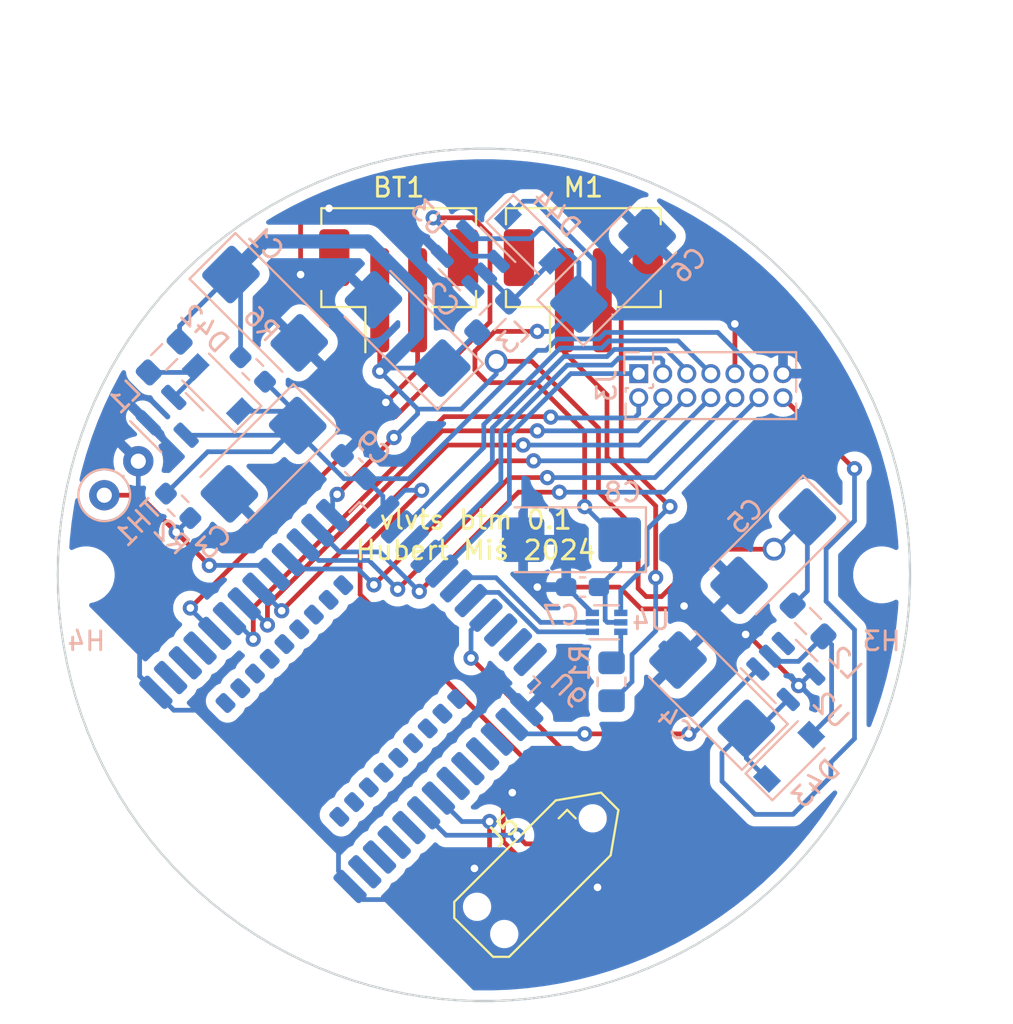
<source format=kicad_pcb>
(kicad_pcb (version 20240108) (generator "pcbnew") (generator_version "8.0")
  (layers (0 "F.Cu" signal) (31 "B.Cu" signal) (34 "B.Paste" user) (35 "F.Paste" user) (36 "B.SilkS" user "B.Silkscreen") (37 "F.SilkS" user "F.Silkscreen") (38 "B.Mask" user) (39 "F.Mask" user) (44 "Edge.Cuts" user))
  (net 0 "")
  (net 1 "VDD")
  (net 2 "VEE")
  (net 3 "VCC")
  (net 4 "GND")
  (net 5 "Net-(D42-A)")
  (net 6 "Net-(D43-A)")
  (net 7 "Net-(D44-A)")
  (net 8 "Net-(M1--)")
  (net 9 "LEDg1")
  (net 10 "LEDg2")
  (net 11 "LEDg3")
  (net 12 "LED_PWR")
  (net 13 "MOT_PWR")
  (net 14 "MOT_DRV1")
  (net 15 "MOT_DRV2")
  (net 16 "BATT_V")
  (net 17 "TEMP")
  (net 18 "LED_SDI")
  (net 19 "Net-(U4-OUT1)")
  (net 22 "LED_CLK")
  (net 23 "LED_LA")
  (net 24 "LED_OE")
  (net 25 "BTN_L")
  (net 26 "BTN_C")
  (net 27 "BTN_R")
  (net 28 "/MCU/nRESET")
  (net 36 "/MCU/SWDCLK")
  (net 37 "/MCU/SWDIO")
  (net 57 "/mot_v1")
  (footprint "Connector_JST:JST_PH_B2B-PH-SM4-TB_1x02-1MP_P2.00mm_Vertical" (layer "F.Cu") (at 74.5 84.999999)
    (property "Reference" "BT1")
    (property "Value" "Battery")
  )
  (footprint "Connector:Tag-Connect_TC2050-IDC-NL_2x05_P1.27mm_Vertical" (layer "F.Cu") (at 82.050987 115.550987 -135)
    (property "Reference" "J5")
    (property "Value" "Conn_ARM_JTAG_SWD_10")
  )
  (footprint "Connector_JST:JST_PH_B2B-PH-SM4-TB_1x02-1MP_P2.00mm_Vertical" (layer "F.Cu") (at 84.249999 85)
    (property "Reference" "M1")
    (property "Value" "Motor_DC_ALT")
  )
  (footprint "Capacitor_Tantalum_SMD:CP_EIA-6032-28_Kemet-C_Pad2.25x2.35mm_HandSolder" (layer "B.Cu") (at 74.972468 87.278942 135)
    (property "Reference" "C2")
    (property "Value" "47u")
  )
  (footprint "Package_TO_SOT_SMD:SOT-23" (layer "B.Cu") (at 62.613426 91.964645 -45)
    (property "Reference" "U1" (hide yes))
    (property "Value" "XC9110A")
  )
  (footprint "Resistor_THT:R_Axial_DIN0207_L6.3mm_D2.5mm_P2.54mm_Vertical" (layer "B.Cu") (at 58.953949 95.796051 45)
    (property "Reference" "TH1")
    (property "Value" "Thermistor_NTC")
  )
  (footprint "Connector_PinHeader_1.27mm:PinHeader_2x07_P1.27mm_Vertical" (layer "B.Cu") (at 87.175 89.375 -90)
    (property "Reference" "J3")
    (property "Value" "Conn_01x14_Female")
  )
  (footprint "Capacitor_Tantalum_SMD:CP_EIA-6032-28_Kemet-C_Pad2.25x2.35mm_HandSolder" (layer "B.Cu") (at 83.621178 98.146446 180)
    (property "Reference" "C8")
    (property "Value" "47u")
  )
  (footprint "Inductor_SMD:L_0805_2012Metric_Pad1.05x1.20mm_HandSolder" (layer "B.Cu") (at 79.462597 86.380919 45)
    (property "Reference" "L3")
    (property "Value" "100u")
  )
  (footprint "Capacitor_Tantalum_SMD:CP_EIA-6032-28_Kemet-C_Pad2.25x2.35mm_HandSolder" (layer "B.Cu") (at 85.821178 83.896446 45)
    (property "Reference" "C6")
    (property "Value" "47u")
  )
  (footprint "Resistor_SMD:R_0603_1608Metric_Pad0.98x0.95mm_HandSolder" (layer "B.Cu") (at 62.854765 96.354765 -45)
    (property "Reference" "R2")
    (property "Value" "R")
  )
  (footprint "MountingHole:MountingHole_2.5mm" (layer "B.Cu") (at 58 99.999999)
    (property "Reference" "H4")
    (property "Value" "MountingHole")
  )
  (footprint "Capacitor_Tantalum_SMD:CP_EIA-6032-28_Kemet-C_Pad2.25x2.35mm_HandSolder" (layer "B.Cu") (at 67.364995 93.922214 -135)
    (property "Reference" "C3")
    (property "Value" "47u")
  )
  (footprint "Resistor_SMD:R_0603_1608Metric_Pad0.98x0.95mm_HandSolder" (layer "B.Cu") (at 66.796666 89.156633 -45)
    (property "Reference" "R6")
    (property "Value" "0")
  )
  (footprint "holyiot:Holyiot-18010" (layer "B.Cu") (at 64.471779 113.660652 -45)
    (property "Reference" "U6")
    (property "Value" "Holyiot-18010")
  )
  (footprint "Package_TO_SOT_SMD:SOT-23-5" (layer "B.Cu") (at 94.942209 105.10104 -45)
    (property "Reference" "U2")
    (property "Value" "XC9111C")
  )
  (footprint "Diode_SMD:D_SOD-123" (layer "B.Cu") (at 64.946878 90.196877 135)
    (property "Reference" "D42")
    (property "Value" "XBS104S14")
  )
  (footprint "Diode_SMD:D_SOD-123" (layer "B.Cu") (at 81.438255 82.249998 -45)
    (property "Reference" "D44")
    (property "Value" "XBS104S14")
  )
  (footprint "Capacitor_SMD:C_0603_1608Metric_Pad1.08x0.95mm_HandSolder" (layer "B.Cu") (at 72.135049 94.312442 135)
    (property "Reference" "C9")
    (property "Value" "100n")
  )
  (footprint "Diode_SMD:D_SOD-123" (layer "B.Cu") (at 95.117121 109.605121 45)
    (property "Reference" "D43")
    (property "Value" "XBS104S14")
  )
  (footprint "Capacitor_SMD:C_0603_1608Metric_Pad1.08x0.95mm_HandSolder" (layer "B.Cu") (at 84.208678 100.646446 180)
    (property "Reference" "C7")
    (property "Value" "100n")
  )
  (footprint "MountingHole:MountingHole_2.5mm" (layer "B.Cu") (at 100 100)
    (property "Reference" "H3")
    (property "Value" "MountingHole")
  )
  (footprint "Inductor_SMD:L_0805_2012Metric_Pad1.05x1.20mm_HandSolder" (layer "B.Cu") (at 62.118451 88.499822 -135)
    (property "Reference" "L1")
    (property "Value" "100u")
  )
  (footprint "Capacitor_Tantalum_SMD:CP_EIA-6032-28_Kemet-C_Pad2.25x2.35mm_HandSolder" (layer "B.Cu") (at 94.278942 98.752636 -135)
    (property "Reference" "C5")
    (property "Value" "47u")
  )
  (footprint "Capacitor_Tantalum_SMD:CP_EIA-6032-28_Kemet-C_Pad2.25x2.35mm_HandSolder" (layer "B.Cu") (at 91.053122 106.30312 135)
    (property "Reference" "C4")
    (property "Value" "47u")
  )
  (footprint "Package_TO_SOT_SMD:SOT-563" (layer "B.Cu") (at 85.478678 102.508445)
    (property "Reference" "U4")
    (property "Value" "DRV8210")
  )
  (footprint "Resistor_SMD:R_0805_2012Metric_Pad1.20x1.40mm_HandSolder" (layer "B.Cu") (at 85.740677 105.646446 -90)
    (property "Reference" "R1")
    (property "Value" "10?")
  )
  (footprint "Package_TO_SOT_SMD:SOT-23-5" (layer "B.Cu") (at 78.28173 83.313487 135)
    (property "Reference" "U3")
    (property "Value" "XC9111C")
  )
  (footprint "Capacitor_Tantalum_SMD:CP_EIA-6032-28_Kemet-C_Pad2.25x2.35mm_HandSolder" (layer "B.Cu") (at 67.446878 85.946878 -45)
    (property "Reference" "C1")
    (property "Value" "47u")
  )
  (footprint "Inductor_SMD:L_0805_2012Metric_Pad1.05x1.20mm_HandSolder" (layer "B.Cu") (at 96.11742 102.438075 -45)
    (property "Reference" "L2")
    (property "Value" "100u")
  )
  (gr_poly (pts (xy 101.504936 100) (xy 101.485195 99.057591) (xy 101.426008 98.116835) (xy 101.327478 97.179384) (xy 101.189778 96.24688) (xy 101.013149 95.320961) (xy 100.797902 94.40325) (xy 100.544414 93.495358) (xy 100.25313 92.598877) (xy 99.92456 91.715381) (xy 99.559282 90.846418) (xy 99.157936 89.993514) (xy 98.721226 89.158164) (xy 98.249918 88.341835) (xy 97.744839 87.545959) (xy 97.206876 86.771931) (xy 96.636971 86.021109) (xy 96.036125 85.294811) (xy 95.405392 84.594311) (xy 94.745879 83.920838) (xy 94.058741 83.275573) (xy 93.345186 82.659649) (xy 92.606464 82.074145) (xy 91.843872 81.52009) (xy 91.058748 80.998454) (xy 90.252468 80.510154) (xy 89.426448 80.056045) (xy 88.582136 79.636925) (xy 87.721013 79.253529) (xy 86.844592 78.906529) (xy 85.954408 78.596534) (xy 85.052023 78.324088) (xy 84.139022 78.089669) (xy 83.217004 77.893688) (xy 82.287589 77.736489) (xy 81.352406 77.618348) (xy 80.413097 77.539472) (xy 79.471308 77.5) (xy 78.528692 77.5) (xy 77.586903 77.539472) (xy 76.647594 77.618348) (xy 75.712411 77.736489) (xy 74.782996 77.893688) (xy 73.860978 78.089669) (xy 72.947977 78.324088) (xy 72.045592 78.596534) (xy 71.155408 78.906529) (xy 70.278987 79.253529) (xy 69.417864 79.636925) (xy 68.573552 80.056045) (xy 67.747532 80.510154) (xy 66.941252 80.998454) (xy 66.156128 81.52009) (xy 65.393536 82.074145) (xy 64.654814 82.659649) (xy 63.941259 83.275573) (xy 63.254121 83.920838) (xy 62.594608 84.594311) (xy 61.963875 85.294811) (xy 61.363029 86.021109) (xy 60.793124 86.771931) (xy 60.255161 87.545959) (xy 59.750082 88.341835) (xy 59.278774 89.158164) (xy 58.842064 89.993514) (xy 58.440718 90.846418) (xy 58.07544 91.715381) (xy 57.74687 92.598877) (xy 57.455586 93.495358) (xy 57.202098 94.40325) (xy 56.986851 95.320961) (xy 56.810222 96.24688) (xy 56.672522 97.179384) (xy 56.573992 98.116835) (xy 56.514805 99.057591) (xy 56.495064 100) (xy 56.514805 100.942409) (xy 56.573992 101.883165) (xy 56.672522 102.820616) (xy 56.810222 103.75312) (xy 56.986851 104.679039) (xy 57.202098 105.59675) (xy 57.455586 106.504642) (xy 57.74687 107.401123) (xy 58.07544 108.284619) (xy 58.440718 109.153582) (xy 58.842064 110.006486) (xy 59.278774 110.841836) (xy 59.750082 111.658165) (xy 60.255161 112.454041) (xy 60.793124 113.228069) (xy 61.363029 113.978891) (xy 61.963875 114.705189) (xy 62.594608 115.405689) (xy 63.254121 116.079162) (xy 63.941259 116.724427) (xy 64.654814 117.340351) (xy 65.393536 117.925855) (xy 66.156128 118.47991) (xy 66.941252 119.001546) (xy 67.747532 119.489846) (xy 68.573552 119.943955) (xy 69.417864 120.363075) (xy 70.278987 120.746471) (xy 71.155408 121.093471) (xy 72.045592 121.403466) (xy 72.947977 121.675912) (xy 73.860978 121.910331) (xy 74.782996 122.106312) (xy 75.712411 122.263511) (xy 76.647594 122.381652) (xy 77.586903 122.460528) (xy 78.528692 122.5) (xy 79.471308 122.5) (xy 80.413097 122.460528) (xy 81.352406 122.381652) (xy 82.287589 122.263511) (xy 83.217004 122.106312) (xy 84.139022 121.910331) (xy 85.052023 121.675912) (xy 85.954408 121.403466) (xy 86.844592 121.093471) (xy 87.721013 120.746471) (xy 88.582136 120.363075) (xy 89.426448 119.943955) (xy 90.252468 119.489846) (xy 91.058748 119.001546) (xy 91.843872 118.47991) (xy 92.606464 117.925855) (xy 93.345186 117.340351) (xy 94.058741 116.724427) (xy 94.745879 116.079162) (xy 95.405392 115.405689) (xy 96.036125 114.705189) (xy 96.636971 113.978891) (xy 97.206876 113.228069) (xy 97.744839 112.454041) (xy 98.249918 111.658165) (xy 98.721226 110.841836) (xy 99.157936 110.006486) (xy 99.559282 109.153582) (xy 99.92456 108.284619) (xy 100.25313 107.401123) (xy 100.544414 106.504642) (xy 100.797902 105.59675) (xy 101.013149 104.679039) (xy 101.189778 103.75312) (xy 101.327478 102.820616) (xy 101.426008 101.883165) (xy 101.485195 100.942409)) (stroke (width 0.1)) (fill none) (layer "B.Cu"))
  (gr_circle (center 79 100) (end 101.5 99.999999) (stroke (width 0.1)) (fill none) (layer "Edge.Cuts"))
  (gr_text "vlvts btm 0.1\nHubert Miś 2024" (at 78.571178 97.896446 0) (layer "F.SilkS") (effects (font (size 1 1))))
  (segment (start 83.398025 111.973293) (end 83.398025 113.305923) (width 0.25) (layer "F.Cu") (net 1))
  (segment (start 72.465234 98.776988) (end 72.465234 101.040502) (width 0.25) (layer "F.Cu") (net 1))
  (segment (start 72.465234 101.040502) (end 83.398025 111.973293) (width 0.25) (layer "F.Cu") (net 1))
  (segment (start 75.708477 95.533745) (end 72.465234 98.776988) (width 0.25) (layer "F.Cu") (net 1))
  (via (at 75.708477 95.533745) (size 0.8) (drill 0.4) (layers "F.Cu" "B.Cu") (net 1))
  (segment (start 75.045302 94.922322) (end 81.821178 88.146446) (width 0.25) (layer "B.Cu") (net 1))
  (segment (start 82.275594 88.146446) (end 82.87468 87.54736) (width 0.25) (layer "B.Cu") (net 1))
  (segment (start 73.664167 96.690089) (end 74.820511 95.533745) (width 0.25) (layer "B.Cu") (net 1))
  (segment (start 64.41906 93.5) (end 62.20953 95.70953) (width 0.25) (layer "B.Cu") (net 1))
  (segment (start 63.276338 92.627557) (end 68.659651 92.627558) (width 0.25) (layer "B.Cu") (net 1))
  (segment (start 72.744929 94.922322) (end 75.045302 94.922322) (width 0.25) (layer "B.Cu") (net 1))
  (segment (start 91.35 87.2) (end 93.525 89.375) (width 0.25) (layer "B.Cu") (net 1))
  (segment (start 82.87468 87.54736) (end 85.066244 87.54736) (width 0.25) (layer "B.Cu") (net 1))
  (segment (start 81.821178 88.146446) (end 82.275594 88.146446) (width 0.25) (layer "B.Cu") (net 1))
  (segment (start 67.441901 89.801868) (end 69.168117 91.528085) (width 0.25) (layer "B.Cu") (net 1))
  (segment (start 69.168117 92.476882) (end 69.168117 92.119092) (width 0.25) (layer "B.Cu") (net 1))
  (segment (start 72.744929 94.922322) (end 71.613557 94.922322) (width 0.25) (layer "B.Cu") (net 1))
  (segment (start 72.744928 94.922321) (end 73.664167 95.84156) (width 0.25) (layer "B.Cu") (net 1))
  (segment (start 69.168117 92.119092) (end 67.787209 93.5) (width 0.25) (layer "B.Cu") (net 1))
  (segment (start 73.664167 95.84156) (end 73.664167 96.690088) (width 0.25) (layer "B.Cu") (net 1))
  (segment (start 74.820511 95.533745) (end 75.708477 95.533745) (width 0.25) (layer "B.Cu") (net 1))
  (segment (start 85.066244 87.54736) (end 85.413604 87.2) (width 0.25) (layer "B.Cu") (net 1))
  (segment (start 66.113605 91.363604) (end 68.412628 91.363604) (width 0.25) (layer "B.Cu") (net 1))
  (segment (start 85.413604 87.2) (end 91.35 87.2) (width 0.25) (layer "B.Cu") (net 1))
  (segment (start 71.613557 94.922322) (end 69.168117 92.476882) (width 0.25) (layer "B.Cu") (net 1))
  (segment (start 67.787209 93.5) (end 64.41906 93.5) (width 0.25) (layer "B.Cu") (net 1))
  (segment (start 94.795 90.645) (end 98.546446 94.396446) (width 0.25) (layer "F.Cu") (net 2))
  (segment (start 98.546446 94.396446) (end 98.571178 94.396446) (width 0.25) (layer "F.Cu") (net 2))
  (via (at 98.571178 94.396446) (size 0.8) (drill 0.4) (layers "F.Cu" "B.Cu") (net 2))
  (segment (start 97.321178 109.896446) (end 98.571178 108.646446) (width 0.25) (layer "B.Cu") (net 2))
  (segment (start 97.071178 98.646446) (end 98.571178 97.146446) (width 0.25) (layer "B.Cu") (net 2))
  (segment (start 93.950394 110.771848) (end 92.856243 109.677695) (width 0.25) (layer "B.Cu") (net 2))
  (segment (start 91.571178 110.896446) (end 93.321178 112.646446) (width 0.25) (layer "B.Cu") (net 2))
  (segment (start 97.071178 101.396446) (end 97.071178 98.646446) (width 0.25) (layer "B.Cu") (net 2))
  (segment (start 91.571178 109.396446) (end 91.571178 110.896446) (width 0.25) (layer "B.Cu") (net 2))
  (segment (start 97.321178 110.646446) (end 97.321178 109.896446) (width 0.25) (layer "B.Cu") (net 2))
  (segment (start 98.571178 97.146446) (end 98.571178 94.396446) (width 0.25) (layer "B.Cu") (net 2))
  (segment (start 95.321178 112.646446) (end 97.321178 110.646446) (width 0.25) (layer "B.Cu") (net 2))
  (segment (start 93.321178 112.646446) (end 95.321178 112.646446) (width 0.25) (layer "B.Cu") (net 2))
  (segment (start 95.074791 106.577126) (end 93.545673 108.106244) (width 0.25) (layer "B.Cu") (net 2))
  (segment (start 92.856244 108.106242) (end 92.856243 109.618244) (width 0.25) (layer "B.Cu") (net 2))
  (segment (start 98.571178 102.896446) (end 97.071178 101.396446) (width 0.25) (layer "B.Cu") (net 2))
  (segment (start 98.571178 108.646446) (end 98.571178 102.896446) (width 0.25) (layer "B.Cu") (net 2))
  (segment (start 93.545673 108.106244) (end 92.856244 108.106242) (width 0.25) (layer "B.Cu") (net 2))
  (segment (start 92.856244 108.11138) (end 91.571178 109.396446) (width 0.25) (layer "B.Cu") (net 2))
  (segment (start 92.856243 109.677695) (end 92.856243 109.618244) (width 0.25) (layer "B.Cu") (net 2))
  (segment (start 78.526036 89.192295) (end 78.526036 88.191588) (width 0.25) (layer "F.Cu") (net 3))
  (segment (start 84.321178 92.439886) (end 83.252933 91.371641) (width 0.25) (layer "F.Cu") (net 3))
  (segment (start 81.732596 89.851304) (end 79.185045 89.851304) (width 0.25) (layer "F.Cu") (net 3))
  (segment (start 84.321178 96.396446) (end 84.321178 92.439886) (width 0.25) (layer "F.Cu") (net 3))
  (segment (start 78.526036 88.191588) (end 79.571178 87.146446) (width 0.25) (layer "F.Cu") (net 3))
  (segment (start 79.185045 89.851304) (end 78.900682 89.566941) (width 0.25) (layer "F.Cu") (net 3))
  (segment (start 79.571178 87.146446) (end 81.821178 87.146446) (width 0.25) (layer "F.Cu") (net 3))
  (segment (start 83.252933 91.371641) (end 81.732596 89.851304) (width 0.25) (layer "F.Cu") (net 3))
  (segment (start 78.900682 89.566941) (end 78.526036 89.192295) (width 0.25) (layer "F.Cu") (net 3))
  (via (at 84.321178 96.396446) (size 0.8) (drill 0.4) (layers "F.Cu" "B.Cu") (net 3))
  (via (at 81.821178 87.146446) (size 0.8) (drill 0.4) (layers "F.Cu" "B.Cu") (net 3))
  (segment (start 86.071178 98.146446) (end 84.321178 96.396446) (width 0.25) (layer "B.Cu") (net 3))
  (segment (start 84.821178 84.896446) (end 84.018056 85.699568) (width 0.25) (layer "B.Cu") (net 3))
  (segment (start 86.171178 98.146446) (end 86.171178 99.546446) (width 0.25) (layer "B.Cu") (net 3))
  (segment (start 81.080458 80.274343) (end 81.699075 80.274343) (width 0.25) (layer "B.Cu") (net 3))
  (segment (start 78.149146 81.837402) (end 78.561745 82.249998) (width 0.25) (layer "B.Cu") (net 3))
  (segment (start 80.271528 81.083274) (end 81.080458 80.274343) (width 0.25) (layer "B.Cu") (net 3))
  (segment (start 82.200516 81.704111) (end 84.018056 83.521651) (width 0.25) (layer "B.Cu") (net 3))
  (segment (start 81.984141 81.704111) (end 82.200516 81.704111) (width 0.25) (layer "B.Cu") (net 3))
  (segment (start 86.171178 98.146446) (end 86.071178 98.146446) (width 0.25) (layer "B.Cu") (net 3))
  (segment (start 82.571178 87.146446) (end 84.018056 85.699568) (width 0.25) (layer "B.Cu") (net 3))
  (segment (start 81.438255 82.249998) (end 81.984141 81.704111) (width 0.25) (layer "B.Cu") (net 3))
  (segment (start 85.403678 102.396446) (end 85.515677 102.508445) (width 0.25) (layer "B.Cu") (net 3))
  (segment (start 81.699075 80.274343) (end 84.821178 83.396446) (width 0.25) (layer "B.Cu") (net 3))
  (segment (start 78.561745 82.249998) (end 81.438255 82.249998) (width 0.25) (layer "B.Cu") (net 3))
  (segment (start 84.018056 83.521651) (end 84.018056 85.699568) (width 0.25) (layer "B.Cu") (net 3))
  (segment (start 85.515677 102.508445) (end 86.228678 102.508445) (width 0.25) (layer "B.Cu") (net 3))
  (segment (start 85.071178 100.646446) (end 85.403678 100.978946) (width 0.25) (layer "B.Cu") (net 3))
  (segment (start 85.403678 100.978946) (end 85.403678 102.396446) (width 0.25) (layer "B.Cu") (net 3))
  (segment (start 84.821178 83.396446) (end 84.821178 84.896446) (width 0.25) (layer "B.Cu") (net 3))
  (segment (start 86.171178 99.546446) (end 85.071178 100.646446) (width 0.25) (layer "B.Cu") (net 3))
  (segment (start 81.821178 87.146446) (end 82.571178 87.146446) (width 0.25) (layer "B.Cu") (net 3))
  (segment (start 70.071178 80.646446) (end 69.321178 81.396446) (width 0.25) (layer "F.Cu") (net 4))
  (segment (start 80.025 114.081775) (end 80.025 111.975) (width 0.25) (layer "F.Cu") (net 4))
  (segment (start 69.321178 81.396446) (end 69.321178 84.146446) (width 0.25) (layer "F.Cu") (net 4))
  (segment (start 92.255 89.375) (end 92.255 86.755) (width 0.25) (layer "F.Cu") (net 4))
  (segment (start 81.045199 115.101974) (end 80.025 114.081775) (width 0.25) (layer "F.Cu") (net 4))
  (segment (start 70.821178 80.646446) (end 70.071178 80.646446) (width 0.25) (layer "F.Cu") (net 4))
  (segment (start 95.618689 105.848936) (end 92.916199 103.146446) (width 0.25) (layer "F.Cu") (net 4))
  (segment (start 81.601974 115.101974) (end 81.045199 115.101974) (width 0.25) (layer "F.Cu") (net 4))
  (segment (start 75.5 85.499999) (end 75.5 89.217624) (width 0.25) (layer "F.Cu") (net 4))
  (segment (start 87.30194 101.796446) (end 88.321178 101.796446) (width 0.25) (layer "F.Cu") (net 4))
  (segment (start 83.398025 115.101974) (end 83.601974 115.101974) (width 0.25) (layer "F.Cu") (net 4))
  (segment (start 92.255 86.755) (end 92.25 86.75) (width 0.25) (layer "F.Cu") (net 4))
  (segment (start 92.916199 103.146446) (end 92.821178 103.146446) (width 0.25) (layer "F.Cu") (net 4))
  (segment (start 88.321178 101.796446) (end 89.421178 101.796446) (width 0.25) (layer "F.Cu") (net 4))
  (segment (start 79.805923 116.898025) (end 79.805923 116.805923) (width 0.25) (layer "F.Cu") (net 4))
  (segment (start 86.15194 100.646446) (end 87.111559 101.606065) (width 0.25) (layer "F.Cu") (net 4))
  (segment (start 81.821178 100.646446) (end 86.15194 100.646446) (width 0.25) (layer "F.Cu") (net 4))
  (segment (start 87.111559 101.606065) (end 87.30194 101.796446) (width 0.25) (layer "F.Cu") (net 4))
  (segment (start 89.421178 101.796446) (end 89.571178 101.646446) (width 0.25) (layer "F.Cu") (net 4))
  (segment (start 79.805923 116.805923) (end 78.5 115.5) (width 0.25) (layer "F.Cu") (net 4))
  (segment (start 80.025 111.975) (end 80.5 111.5) (width 0.25) (layer "F.Cu") (net 4))
  (segment (start 83.601974 115.101974) (end 85 116.5) (width 0.25) (layer "F.Cu") (net 4))
  (segment (start 75.5 89.217624) (end 73.821178 90.896446) (width 0.25) (layer "F.Cu") (net 4))
  (via (at 81.821178 100.646446) (size 0.8) (drill 0.4) (layers "F.Cu" "B.Cu") (net 4))
  (via (at 80.5 111.5) (size 0.8) (drill 0.4) (layers "F.Cu" "B.Cu") (net 4))
  (via (at 70.821178 80.646446) (size 0.8) (drill 0.4) (layers "F.Cu" "B.Cu") (net 4))
  (via (at 89.571178 101.646446) (size 0.8) (drill 0.4) (layers "F.Cu" "B.Cu") (net 4))
  (via (at 92.821178 103.146446) (size 0.8) (drill 0.4) (layers "F.Cu" "B.Cu") (net 4))
  (via (at 85 116.5) (size 0.8) (drill 0.4) (layers "F.Cu" "B.Cu") (net 4))
  (via (at 78.5 115.5) (size 0.8) (drill 0.4) (layers "F.Cu" "B.Cu") (net 4))
  (via (at 95.618689 105.848936) (size 0.8) (drill 0.4) (layers "F.Cu" "B.Cu") (net 4))
  (via (at 69.321178 84.146446) (size 0.8) (drill 0.4) (layers "F.Cu" "B.Cu") (net 4))
  (via (at 73.821178 90.896446) (size 0.8) (drill 0.4) (layers "F.Cu" "B.Cu") (net 4))
  (via (at 92.25 86.75) (size 0.8) (drill 0.4) (layers "F.Cu" "B.Cu") (net 4))
  (segment (start 96.418294 105.233623) (end 96.234002 105.233623) (width 0.25) (layer "B.Cu") (net 4))
  (segment (start 71.931756 116.453724) (end 72.624478 117.146446) (width 0.25) (layer "B.Cu") (net 4))
  (segment (start 61.678707 106.200675) (end 60.821178 105.343146) (width 0.25) (layer "B.Cu") (net 4))
  (segment (start 60.75 94) (end 60.75 97.25) (width 0.25) (layer "B.Cu") (net 4))
  (segment (start 60.821178 105.343146) (end 60.821178 103.646446) (width 0.25) (layer "B.Cu") (net 4))
  (segment (start 76.805645 83.180904) (end 74.271187 80.646446) (width 0.25) (layer "B.Cu") (net 4))
  (segment (start 72.624478 117.146446) (end 74.321178 117.146446) (width 0.25) (layer "B.Cu") (net 4))
  (segment (start 74.271187 80.646446) (end 70.821178 80.646446) (width 0.25) (layer "B.Cu") (net 4))
  (segment (start 83.346178 100.646446) (end 83.366679 100.646446) (width 0.25) (layer "B.Cu") (net 4))
  (segment (start 83.366679 100.646446) (end 84.728678 102.008445) (width 0.25) (layer "B.Cu") (net 4))
  (segment (start 63.821178 107.146446) (end 71.321178 114.646446) (width 0.25) (layer "B.Cu") (net 4))
  (segment (start 61.678707 106.200675) (end 62.624478 107.146446) (width 0.25) (layer "B.Cu") (net 4))
  (segment (start 71.321178 114.646446) (end 71.321178 115.646446) (width 0.25) (layer "B.Cu") (net 4))
  (segment (start 83.346178 100.646446) (end 81.821178 100.646446) (width 0.25) (layer "B.Cu") (net 4))
  (segment (start 96.234002 105.233623) (end 95.618689 105.848936) (width 0.25) (layer "B.Cu") (net 4))
  (segment (start 62.624478 107.146446) (end 63.821178 107.146446) (width 0.25) (layer "B.Cu") (net 4))
  (segment (start 63.780152 89.030152) (end 63.497309 89.312995) (width 0.25) (layer "B.Cu") (net 5))
  (segment (start 63.497309 89.312995) (end 61.305278 89.312995) (width 0.25) (layer "B.Cu") (net 5))
  (segment (start 63.780152 89.472094) (end 62.622265 90.629981) (width 0.25) (layer "B.Cu") (net 5))
  (segment (start 63.780152 89.030151) (end 63.780152 89.472094) (width 0.25) (layer "B.Cu") (net 5))
  (segment (start 94.409581 104.568413) (end 94.137876 104.296705) (width 0.25) (layer "B.Cu") (net 6))
  (segment (start 95.613429 104.568413) (end 94.409581 104.568413) (width 0.25) (layer "B.Cu") (net 6))
  (segment (start 97.36175 107.360491) (end 96.283847 108.438394) (width 0.25) (layer "B.Cu") (net 6))
  (segment (start 96.930593 103.251249) (end 95.613429 104.568413) (width 0.25) (layer "B.Cu") (net 6))
  (segment (start 96.930593 103.251249) (end 97.361752 103.682408) (width 0.25) (layer "B.Cu") (net 6))
  (segment (start 97.361752 103.682408) (end 97.36175 107.360491) (width 0.25) (layer "B.Cu") (net 6))
  (segment (start 79.086064 84.117821) (end 80.275771 85.307527) (width 0.25) (layer "B.Cu") (net 7))
  (segment (start 80.275771 85.307527) (end 80.275772 85.567744) (width 0.25) (layer "B.Cu") (net 7))
  (segment (start 80.453962 85.567745) (end 80.275772 85.567744) (width 0.25) (layer "B.Cu") (net 7))
  (segment (start 82.604981 83.416726) (end 80.453962 85.567745) (width 0.25) (layer "B.Cu") (net 7))
  (segment (start 86.25 86.500001) (end 85.249999 85.5) (width 0.25) (layer "F.Cu") (net 8))
  (segment (start 88.821178 96.396446) (end 86.25 93.825268) (width 0.25) (layer "F.Cu") (net 8))
  (segment (start 86.25 93.825268) (end 86.25 86.500001) (width 0.25) (layer "F.Cu") (net 8))
  (via (at 88.821178 96.396446) (size 0.8) (drill 0.4) (layers "F.Cu" "B.Cu") (net 8))
  (segment (start 87.621178 97.596446) (end 87.621178 99.441946) (width 0.25) (layer "B.Cu") (net 8))
  (segment (start 88.821178 96.396446) (end 87.621178 97.596446) (width 0.25) (layer "B.Cu") (net 8))
  (segment (start 86.228678 100.834446) (end 86.228678 102.008445) (width 0.25) (layer "B.Cu") (net 8))
  (segment (start 87.621178 99.441946) (end 86.228678 100.834446) (width 0.25) (layer "B.Cu") (net 8))
  (segment (start 79.739541 93.978083) (end 81.625602 93.978083) (width 0.25) (layer "F.Cu") (net 9))
  (segment (start 73.190234 100.52739) (end 76.821178 96.896446) (width 0.25) (layer "F.Cu") (net 9))
  (segment (start 76.821178 96.896446) (end 79.739541 93.978083) (width 0.25) (layer "F.Cu") (net 9))
  (via (at 81.625602 93.978083) (size 0.8) (drill 0.4) (layers "F.Cu" "B.Cu") (net 9))
  (via (at 73.190234 100.52739) (size 0.8) (drill 0.4) (layers "F.Cu" "B.Cu") (net 9))
  (segment (start 81.625602 93.978083) (end 87.651917 93.978083) (width 0.25) (layer "B.Cu") (net 9))
  (segment (start 72.353112 99.690268) (end 69.169014 99.690268) (width 0.25) (layer "B.Cu") (net 9))
  (segment (start 69.169014 99.690268) (end 68.679064 99.200318) (width 0.25) (layer "B.Cu") (net 9))
  (segment (start 72.353112 99.690268) (end 73.190234 100.52739) (width 0.25) (layer "B.Cu") (net 9))
  (segment (start 87.651917 93.978083) (end 90.985 90.645) (width 0.25) (layer "B.Cu") (net 9))
  (segment (start 80.352743 94.864881) (end 82.35086 94.864881) (width 0.25) (layer "F.Cu") (net 10))
  (segment (start 77.821178 97.396446) (end 80.352743 94.864881) (width 0.25) (layer "F.Cu") (net 10))
  (segment (start 74.447706 100.760262) (end 77.811522 97.396446) (width 0.25) (layer "F.Cu") (net 10))
  (segment (start 77.811522 97.396446) (end 77.821178 97.396446) (width 0.25) (layer "F.Cu") (net 10))
  (via (at 74.447706 100.760262) (size 0.8) (drill 0.4) (layers "F.Cu" "B.Cu") (net 10))
  (via (at 82.35086 94.864881) (size 0.8) (drill 0.4) (layers "F.Cu" "B.Cu") (net 10))
  (segment (start 82.35086 94.864881) (end 88.035119 94.864881) (width 0.25) (layer "B.Cu") (net 10))
  (segment (start 72.927712 99.240268) (end 74.447706 100.760262) (width 0.25) (layer "B.Cu") (net 10))
  (segment (start 70.274649 99.240268) (end 72.927712 99.240268) (width 0.25) (layer "B.Cu") (net 10))
  (segment (start 88.035119 94.864881) (end 92.255 90.645) (width 0.25) (layer "B.Cu") (net 10))
  (segment (start 69.456882 98.422501) (end 70.274649 99.240268) (width 0.25) (layer "B.Cu") (net 10))
  (segment (start 75.589833 100.877791) (end 78.821178 97.646446) (width 0.25) (layer "F.Cu") (net 11))
  (segment (start 80.831535 95.636089) (end 82.98666 95.636089) (width 0.25) (layer "F.Cu") (net 11))
  (segment (start 78.821178 97.646446) (end 80.831535 95.636089) (width 0.25) (layer "F.Cu") (net 11))
  (via (at 82.98666 95.636089) (size 0.8) (drill 0.4) (layers "F.Cu" "B.Cu") (net 11))
  (via (at 75.589833 100.877791) (size 0.8) (drill 0.4) (layers "F.Cu" "B.Cu") (net 11))
  (segment (start 71.380284 98.790268) (end 73.50231 98.790268) (width 0.25) (layer "B.Cu") (net 11))
  (segment (start 88.533911 95.636089) (end 93.525 90.645) (width 0.25) (layer "B.Cu") (net 11))
  (segment (start 73.50231 98.790268) (end 75.589833 100.877791) (width 0.25) (layer "B.Cu") (net 11))
  (segment (start 82.98666 95.636089) (end 88.533911 95.636089) (width 0.25) (layer "B.Cu") (net 11))
  (segment (start 70.234699 97.644683) (end 71.380284 98.790268) (width 0.25) (layer "B.Cu") (net 11))
  (segment (start 89.821178 108.396446) (end 84.321178 108.396446) (width 0.25) (layer "F.Cu") (net 12))
  (via (at 84.321178 108.396446) (size 0.8) (drill 0.4) (layers "F.Cu" "B.Cu") (net 12))
  (via (at 89.821178 108.396446) (size 0.8) (drill 0.4) (layers "F.Cu" "B.Cu") (net 12))
  (segment (start 90.10756 108.327021) (end 93.466124 104.968457) (width 0.25) (layer "B.Cu") (net 12))
  (segment (start 84.321178 108.396446) (end 80.986462 108.396446) (width 0.25) (layer "B.Cu") (net 12))
  (segment (start 90.10756 108.327021) (end 89.890603 108.327021) (width 0.25) (layer "B.Cu") (net 12))
  (segment (start 89.890603 108.327021) (end 89.821178 108.396446) (width 0.25) (layer "B.Cu") (net 12))
  (segment (start 80.986462 108.396446) (end 80.487748 107.897732) (width 0.25) (layer "B.Cu") (net 12))
  (segment (start 67.321178 97.896446) (end 67.321178 97.928822) (width 0.25) (layer "F.Cu") (net 13))
  (segment (start 79.321178 86.646446) (end 74.321178 91.646446) (width 0.25) (layer "F.Cu") (net 13))
  (segment (start 79.321178 82.058004) (end 79.321178 86.646446) (width 0.25) (layer "F.Cu") (net 13))
  (segment (start 78.40962 81.146446) (end 79.321178 82.058004) (width 0.25) (layer "F.Cu") (net 13))
  (segment (start 74.321178 91.646446) (end 73.571178 91.646446) (width 0.25) (layer "F.Cu") (net 13))
  (segment (start 73.571178 91.646446) (end 67.321178 97.896446) (width 0.25) (layer "F.Cu") (net 13))
  (segment (start 67.321178 97.928822) (end 63.5 101.75) (width 0.25) (layer "F.Cu") (net 13))
  (segment (start 76.321178 81.146446) (end 78.40962 81.146446) (width 0.25) (layer "F.Cu") (net 13))
  (via (at 76.321178 81.146446) (size 0.8) (drill 0.4) (layers "F.Cu" "B.Cu") (net 13))
  (via (at 63.5 101.75) (size 0.8) (drill 0.4) (layers "F.Cu" "B.Cu") (net 13))
  (segment (start 78.349095 83.174363) (end 76.321178 81.146446) (width 0.25) (layer "B.Cu") (net 13))
  (segment (start 63.5 101.799429) (end 64.789977 103.089406) (width 0.25) (layer "B.Cu") (net 13))
  (segment (start 63.5 101.75) (end 63.5 101.799429) (width 0.25) (layer "B.Cu") (net 13))
  (segment (start 79.486108 83.174363) (end 78.349095 83.174363) (width 0.25) (layer "B.Cu") (net 13))
  (segment (start 79.757815 83.44607) (end 79.486108 83.174363) (width 0.25) (layer "B.Cu") (net 13))
  (segment (start 78.331072 101.356994) (end 78.760362 100.927704) (width 0.25) (layer "B.Cu") (net 14))
  (segment (start 79.775614 100.927704) (end 81.856355 103.008445) (width 0.25) (layer "B.Cu") (net 14))
  (segment (start 81.856355 103.008445) (end 84.728678 103.008445) (width 0.25) (layer "B.Cu") (net 14))
  (segment (start 78.760362 100.927704) (end 79.775614 100.927704) (width 0.25) (layer "B.Cu") (net 14))
  (segment (start 77.982544 100.149887) (end 79.634193 100.149887) (width 0.25) (layer "B.Cu") (net 15))
  (segment (start 81.992751 102.508445) (end 84.728678 102.508445) (width 0.25) (layer "B.Cu") (net 15))
  (segment (start 77.553254 100.579177) (end 77.982544 100.149887) (width 0.25) (layer "B.Cu") (net 15))
  (segment (start 79.634193 100.149887) (end 81.992751 102.508445) (width 0.25) (layer "B.Cu") (net 15))
  (segment (start 90.879326 98.646446) (end 94.321178 98.646446) (width 0.25) (layer "F.Cu") (net 16))
  (segment (start 79.651036 88.726304) (end 81.526834 88.726304) (width 0.25) (layer "F.Cu") (net 16))
  (segment (start 71.25 95.75) (end 74.25 92.75) (width 0.25) (layer "F.Cu") (net 16))
  (segment (start 88.379326 101.146446) (end 90.879326 98.646446) (width 0.25) (layer "F.Cu") (net 16))
  (segment (start 85.05 95.625268) (end 87.146178 97.721446) (width 0.25) (layer "F.Cu") (net 16))
  (segment (start 85.05 92.24947) (end 85.05 95.625268) (width 0.25) (layer "F.Cu") (net 16))
  (segment (start 87.571178 101.146446) (end 88.379326 101.146446) (width 0.25) (layer "F.Cu") (net 16))
  (segment (start 87.146178 100.721446) (end 87.571178 101.146446) (width 0.25) (layer "F.Cu") (net 16))
  (segment (start 87.146178 97.721446) (end 87.146178 100.721446) (width 0.25) (layer "F.Cu") (net 16))
  (segment (start 73.499999 85.499999) (end 73.5 89.249999) (width 0.25) (layer "F.Cu") (net 16))
  (segment (start 81.526834 88.726304) (end 85.05 92.24947) (width 0.25) (layer "F.Cu") (net 16))
  (via (at 79.651036 88.726304) (size 1.2) (drill 0.8) (layers "F.Cu" "B.Cu") (net 16))
  (via (at 73.5 89.249999) (size 0.8) (drill 0.4) (layers "F.Cu" "B.Cu") (net 16))
  (via (at 74.25 92.75) (size 0.8) (drill 0.4) (layers "F.Cu" "B.Cu") (net 16))
  (via (at 71.25 95.75) (size 0.8) (drill 0.4) (layers "F.Cu" "B.Cu") (net 16))
  (via (at 94.321178 98.646446) (size 1.2) (drill 0.8) (layers "F.Cu" "B.Cu") (net 16))
  (segment (start 94.385132 98.646446) (end 96.082064 96.949514) (width 0.25) (layer "B.Cu") (net 16))
  (segment (start 73.667934 89.082065) (end 76.775592 89.082065) (width 0.25) (layer "B.Cu") (net 16))
  (segment (start 94.321178 98.646446) (end 94.385132 98.646446) (width 0.25) (layer "B.Cu") (net 16))
  (segment (start 75.500001 91.499999) (end 75.500001 91.25) (width 0.25) (layer "B.Cu") (net 16))
  (segment (start 96.082066 96.949512) (end 96.082065 100.847086) (width 0.25) (layer "B.Cu") (net 16))
  (segment (start 74.25 92.75) (end 75.500001 91.499999) (width 0.25) (layer "B.Cu") (net 16))
  (segment (start 72.847687 82.396446) (end 67.391066 82.396446) (width 0.75) (layer "B.Cu") (net 16))
  (segment (start 75.467138 87.282861) (end 73.5 89.249999) (width 0.75) (layer "B.Cu") (net 16))
  (segment (start 75.467138 85.015897) (end 75.467138 87.282861) (width 0.75) (layer "B.Cu") (net 16))
  (segment (start 71.012517 96.866866) (end 71.012517 95.987483) (width 0.25) (layer "B.Cu") (net 16))
  (segment (start 67.391066 82.396446) (end 65.643756 84.143756) (width 0.75) (layer "B.Cu") (net 16))
  (segment (start 62.931624 86.855888) (end 65.643756 84.143756) (width 0.25) (layer "B.Cu") (net 16))
  (segment (start 96.082065 100.847086) (end 95.304247 101.624902) (width 0.25) (layer "B.Cu") (net 16))
  (segment (start 77.5 91.249998) (end 77.798388 91.249998) (width 0.25) (layer "B.Cu") (net 16))
  (segment (start 78.649425 87.208232) (end 78.649425 87.19409) (width 0.25) (layer "B.Cu") (net 16))
  (segment (start 79.651036 89.39735) (end 79.651036 88.726304) (width 0.25) (layer "B.Cu") (net 16))
  (segment (start 66.151431 84.651431) (end 65.643756 84.143756) (width 0.25) (layer "B.Cu") (net 16))
  (segment (start 73.5 89.249999) (end 75.500001 91.25) (width 0.25) (layer "B.Cu") (net 16))
  (segment (start 75.500001 91.25) (end 77.5 91.249998) (width 0.25) (layer "B.Cu") (net 16))
  (segment (start 62.931624 87.686649) (end 62.931624 86.855888) (width 0.25) (layer "B.Cu") (net 16))
  (segment (start 71.012517 95.987483) (end 71.25 95.75) (width 0.25) (layer "B.Cu") (net 16))
  (segment (start 76.775592 89.082065) (end 78.649425 87.208232) (width 0.25) (layer "B.Cu") (net 16))
  (segment (start 66.151431 88.511398) (end 66.151431 84.651431) (width 0.25) (layer "B.Cu") (net 16))
  (segment (start 72.847687 82.396446) (end 75.467138 85.015897) (width 0.75) (layer "B.Cu") (net 16))
  (segment (start 77.798388 91.249998) (end 79.651036 89.39735) (width 0.25) (layer "B.Cu") (net 16))
  (segment (start 73.5 89.249999) (end 73.667934 89.082065) (width 0.25) (layer "B.Cu") (net 16))
  (segment (start 58.953949 95.796051) (end 60.796051 95.796051) (width 0.25) (layer "F.Cu") (net 17))
  (segment (start 64.5 99.5) (end 62.75 97.75) (width 0.25) (layer "F.Cu") (net 17))
  (segment (start 60.796051 95.796051) (end 62.75 97.75) (width 0.25) (layer "F.Cu") (net 17))
  (via (at 62.75 97.75) (size 0.8) (drill 0.4) (layers "F.Cu" "B.Cu") (net 17))
  (via (at 64.5 99.5) (size 0.8) (drill 0.4) (layers "F.Cu" "B.Cu") (net 17))
  (segment (start 62.75 97.75) (end 63.5 97) (width 0.25) (layer "B.Cu") (net 17))
  (segment (start 67.423111 99.5) (end 64.5 99.5) (width 0.25) (layer "B.Cu") (net 17))
  (segment (start 67.901247 99.978136) (end 67.423111 99.5) (width 0.25) (layer "B.Cu") (net 17))
  (segment (start 85.6 87.65) (end 89.26 87.65) (width 0.25) (layer "B.Cu") (net 18))
  (segment (start 83.033436 88.025) (end 85.225 88.025) (width 0.25) (layer "B.Cu") (net 18))
  (segment (start 89.26 87.65) (end 90.985 89.375) (width 0.25) (layer "B.Cu") (net 18))
  (segment (start 74.79962 97.467907) (end 78.996178 93.271349) (width 0.25) (layer "B.Cu") (net 18))
  (segment (start 78.996178 92.062258) (end 83.033436 88.025) (width 0.25) (layer "B.Cu") (net 18))
  (segment (start 85.225 88.025) (end 85.6 87.65) (width 0.25) (layer "B.Cu") (net 18))
  (segment (start 78.996178 93.271349) (end 78.996178 92.062258) (width 0.25) (layer "B.Cu") (net 18))
  (segment (start 74.441985 97.467907) (end 74.79962 97.467907) (width 0.25) (layer "B.Cu") (net 18))
  (segment (start 86.228679 103.008445) (end 86.228678 104.158447) (width 0.25) (layer "B.Cu") (net 19))
  (segment (start 85.875 88.1) (end 85.5 88.475) (width 0.25) (layer "B.Cu") (net 22))
  (segment (start 89.715 89.215) (end 88.6 88.1) (width 0.25) (layer "B.Cu") (net 22))
  (segment (start 79.446178 94.019348) (end 75.219802 98.245724) (width 0.25) (layer "B.Cu") (net 22))
  (segment (start 79.446178 92.248654) (end 79.446178 94.019348) (width 0.25) (layer "B.Cu") (net 22))
  (segment (start 83.219832 88.475) (end 79.446178 92.248654) (width 0.25) (layer "B.Cu") (net 22))
  (segment (start 85.5 88.475) (end 83.219832 88.475) (width 0.25) (layer "B.Cu") (net 22))
  (segment (start 88.6 88.1) (end 85.875 88.1) (width 0.25) (layer "B.Cu") (net 22))
  (segment (start 89.715 89.375) (end 89.715 89.215) (width 0.25) (layer "B.Cu") (net 22))
  (segment (start 86.125 88.55) (end 85.75 88.925) (width 0.25) (layer "B.Cu") (net 23))
  (segment (start 79.896178 95.124984) (end 75.99762 99.023542) (width 0.25) (layer "B.Cu") (net 23))
  (segment (start 88.445 89.375) (end 88.445 88.667894) (width 0.25) (layer "B.Cu") (net 23))
  (segment (start 88.327106 88.55) (end 86.125 88.55) (width 0.25) (layer "B.Cu") (net 23))
  (segment (start 79.896178 92.43505) (end 79.896178 95.124984) (width 0.25) (layer "B.Cu") (net 23))
  (segment (start 83.406228 88.925) (end 79.896178 92.43505) (width 0.25) (layer "B.Cu") (net 23))
  (segment (start 85.75 88.925) (end 83.406228 88.925) (width 0.25) (layer "B.Cu") (net 23))
  (segment (start 88.445 88.667894) (end 88.327106 88.55) (width 0.25) (layer "B.Cu") (net 23))
  (segment (start 83.592624 89.375) (end 80.346178 92.621446) (width 0.25) (layer "B.Cu") (net 24))
  (segment (start 80.346178 96.230618) (end 76.775437 99.801359) (width 0.25) (layer "B.Cu") (net 24))
  (segment (start 80.346178 92.621446) (end 80.346178 96.230618) (width 0.25) (layer "B.Cu") (net 24))
  (segment (start 87.175 89.375) (end 83.592624 89.375) (width 0.25) (layer "B.Cu") (net 24))
  (segment (start 66.821178 101.734745) (end 76.909477 91.646446) (width 0.25) (layer "F.Cu") (net 25))
  (segment (start 82.502433 91.646446) (end 82.527933 91.671946) (width 0.25) (layer "F.Cu") (net 25))
  (segment (start 79.571178 91.646446) (end 82.502433 91.646446) (width 0.25) (layer "F.Cu") (net 25))
  (segment (start 66.821178 103.396446) (end 66.821178 101.734745) (width 0.25) (layer "F.Cu") (net 25))
  (segment (start 76.909477 91.646446) (end 79.571178 91.646446) (width 0.25) (layer "F.Cu") (net 25))
  (via (at 66.821178 103.396446) (size 0.8) (drill 0.4) (layers "F.Cu" "B.Cu") (net 25))
  (via (at 82.527933 91.671946) (size 0.8) (drill 0.4) (layers "F.Cu" "B.Cu") (net 25))
  (segment (start 82.571368 91.715381) (end 86.951178 91.715381) (width 0.25) (layer "B.Cu") (net 25))
  (segment (start 87.175 91.491559) (end 87.175 90.645) (width 0.25) (layer "B.Cu") (net 25))
  (segment (start 82.527933 91.671946) (end 82.571368 91.715381) (width 0.25) (layer "B.Cu") (net 25))
  (segment (start 65.73632 102.311588) (end 66.821178 103.396446) (width 0.25) (layer "B.Cu") (net 25))
  (segment (start 86.951178 91.715381) (end 87.175 91.491559) (width 0.25) (layer "B.Cu") (net 25))
  (segment (start 65.567795 102.311588) (end 65.73632 102.311588) (width 0.25) (layer "B.Cu") (net 25))
  (segment (start 80.321178 92.396446) (end 81.821178 92.396446) (width 0.25) (layer "F.Cu") (net 26))
  (segment (start 67.571178 102.646446) (end 67.571178 101.621141) (width 0.25) (layer "F.Cu") (net 26))
  (segment (start 76.795873 92.396446) (end 80.321178 92.396446) (width 0.25) (layer "F.Cu") (net 26))
  (segment (start 67.571178 101.621141) (end 76.795873 92.396446) (width 0.25) (layer "F.Cu") (net 26))
  (via (at 67.571178 102.646446) (size 0.8) (drill 0.4) (layers "F.Cu" "B.Cu") (net 26))
  (via (at 81.821178 92.396446) (size 0.8) (drill 0.4) (layers "F.Cu" "B.Cu") (net 26))
  (segment (start 87.103554 92.396446) (end 81.821178 92.396446) (width 0.25) (layer "B.Cu") (net 26))
  (segment (start 66.345612 101.533771) (end 66.458503 101.533771) (width 0.25) (layer "B.Cu") (net 26))
  (segment (start 88.445 90.645) (end 88.445 91.055) (width 0.25) (layer "B.Cu") (net 26))
  (segment (start 66.458503 101.533771) (end 67.571178 102.646446) (width 0.25) (layer "B.Cu") (net 26))
  (segment (start 88.445 91.055) (end 87.103554 92.396446) (width 0.25) (layer "B.Cu") (net 26))
  (segment (start 68.321178 101.896446) (end 77.071178 93.146446) (width 0.25) (layer "F.Cu") (net 27))
  (segment (start 77.071178 93.146446) (end 81.071178 93.146446) (width 0.25) (layer "F.Cu") (net 27))
  (via (at 81.071178 93.146446) (size 0.8) (drill 0.4) (layers "F.Cu" "B.Cu") (net 27))
  (via (at 68.321178 101.896446) (size 0.8) (drill 0.4) (layers "F.Cu" "B.Cu") (net 27))
  (segment (start 87.213554 93.146446) (end 89.715 90.645) (width 0.25) (layer "B.Cu") (net 27))
  (segment (start 67.123429 100.755953) (end 67.180685 100.755953) (width 0.25) (layer "B.Cu") (net 27))
  (segment (start 67.180685 100.755953) (end 68.321178 101.896446) (width 0.25) (layer "B.Cu") (net 27))
  (segment (start 81.071178 93.146446) (end 87.213554 93.146446) (width 0.25) (layer "B.Cu") (net 27))
  (segment (start 78.321178 104.396446) (end 85.615364 111.690632) (width 0.25) (layer "F.Cu") (net 28))
  (segment (start 85.296051 114.203949) (end 84.296051 114.203949) (width 0.25) (layer "F.Cu") (net 28))
  (segment (start 85.615364 111.690632) (end 85.615364 113.884636) (width 0.25) (layer "F.Cu") (net 28))
  (segment (start 85.615364 113.884636) (end 85.296051 114.203949) (width 0.25) (layer "F.Cu") (net 28))
  (via (at 78.321178 104.396446) (size 0.8) (drill 0.4) (layers "F.Cu" "B.Cu") (net 28))
  (segment (start 78.321178 102.922522) (end 78.321178 104.396446) (width 0.25) (layer "B.Cu") (net 28))
  (segment (start 79.108889 102.134811) (end 78.321178 102.922522) (width 0.25) (layer "B.Cu") (net 28))
  (segment (start 80 115.296051) (end 79.3 114.596051) (width 0.25) (layer "F.Cu") (net 36))
  (segment (start 79.3 114.596051) (end 79.3 113.025) (width 0.25) (layer "F.Cu") (net 36))
  (segment (start 80 115.296051) (end 80.703949 116) (width 0.25) (layer "F.Cu") (net 36))
  (via (at 79.3 113.025) (size 0.8) (drill 0.4) (layers "F.Cu" "B.Cu") (net 36))
  (segment (start 79.3 113.025) (end 77.836841 113.025) (width 0.25) (layer "B.Cu") (net 36))
  (segment (start 77.836841 113.025) (end 76.59866 111.786819) (width 0.25) (layer "B.Cu") (net 36))
  (segment (start 82.5 114.203949) (end 81.203949 114.203949) (width 0.25) (layer "F.Cu") (net 37))
  (segment (start 81.203949 114.203949) (end 80.75 113.75) (width 0.25) (layer "F.Cu") (net 37))
  (via (at 80.75 113.75) (size 0.8) (drill 0.4) (layers "F.Cu" "B.Cu") (net 37))
  (segment (start 77.006207 113.75) (end 80.75 113.75) (width 0.25) (layer "B.Cu") (net 37))
  (segment (start 75.820843 112.564636) (end 77.006207 113.75) (width 0.25) (layer "B.Cu") (net 37))
  (segment (start 75.820841 112.564637) (end 76.250131 112.993926) (width 0.25) (layer "B.Cu") (net 37))
  (segment (start 83.249999 88.249999) (end 85.5 90.5) (width 0.25) (layer "F.Cu") (net 57))
  (segment (start 85.5 93.789411) (end 85.5 90.5) (width 0.25) (layer "F.Cu") (net 57))
  (segment (start 88.071178 100.146446) (end 88.071178 96.360589) (width 0.25) (layer "F.Cu") (net 57))
  (segment (start 83.249999 85.5) (end 83.249999 88.249999) (width 0.25) (layer "F.Cu") (net 57))
  (segment (start 88.071178 96.360589) (end 85.5 93.789411) (width 0.25) (layer "F.Cu") (net 57))
  (via (at 88.071178 100.146446) (size 0.8) (drill 0.4) (layers "F.Cu" "B.Cu") (net 57))
  (segment (start 88.071178 100.146446) (end 88.071178 102.961946) (width 0.25) (layer "B.Cu") (net 57))
  (segment (start 86.821178 104.211946) (end 86.821178 105.646446) (width 0.25) (layer "B.Cu") (net 57))
  (segment (start 88.071178 102.961946) (end 86.821178 104.211946) (width 0.25) (layer "B.Cu") (net 57))
  (segment (start 85.821178 106.646446) (end 85.740677 106.646446) (width 0.25) (layer "B.Cu") (net 57))
  (segment (start 86.821178 105.646446) (end 85.821178 106.646446) (width 0.25) (layer "B.Cu") (net 57))
  (zone (net 4) (net_name "GND") (layer "B.Cu") (connect_pads (clearance 0.508)) (min_thickness 0.254) (fill yes (thermal_gap 0.508) (thermal_bridge_width 0.508))
    (polygon (pts (xy 85.954408 78.596534) (xy 92.606464 82.074145) (xy 98.249918 88.341835) (xy 99.157936 89.993514) (xy 100.25313 92.598877) (xy 101.189778 96.24688) (xy 101.485195 100.396446) (xy 99.92456 108.284619) (xy 98.249918 111.658165) (xy 93.345186 117.340351) (xy 85.321178 121.675912) (xy 79 122.5) (xy 56.495064 100) (xy 58.07544 91.715381) (xy 62.321178 85.294811) (xy 66.071178 82.074145) (xy 72.045592 78.396446) (xy 78.528692 77.5)))
  )
)
</source>
